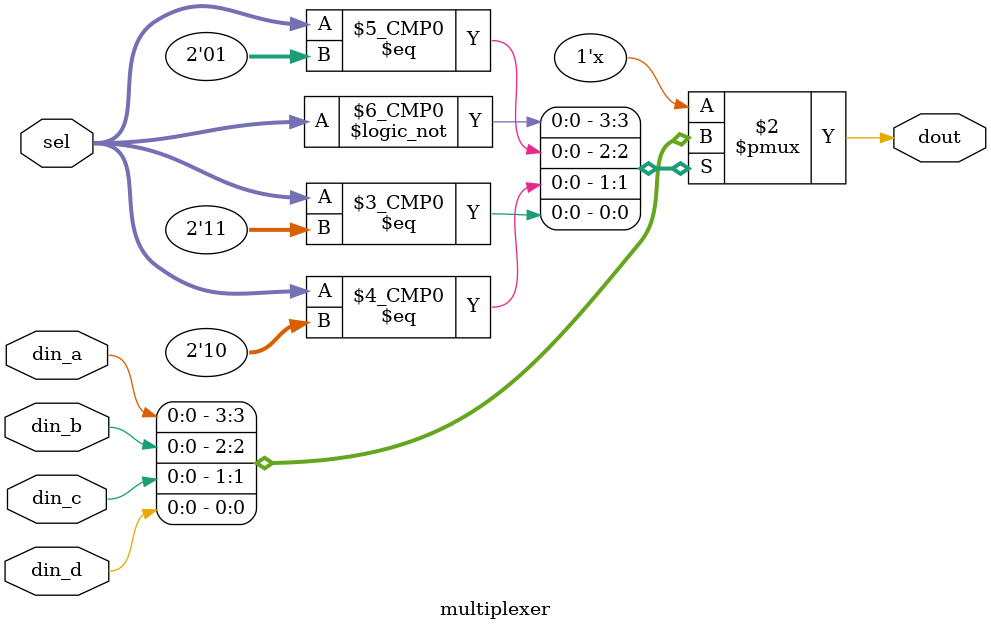
<source format=v>
`timescale 1ns/10ps

module multiplexer (
    din_a,
    din_b,
    din_c,
    din_d,
    sel,
    dout
);

input din_a;
input din_b;
input din_c;
input din_d;
input [1:0] sel;

output reg dout;

always @(*) begin
    case (sel)
        2'b00 : begin
            dout = din_a;
        end

        2'b01 : begin
            dout = din_b;
        end

        2'b10 : begin
            dout = din_c;
        end

        2'b11 : begin
            dout = din_d;
        end

        default : begin
            dout = 1'b0;
        end
    endcase
end
    
endmodule
</source>
